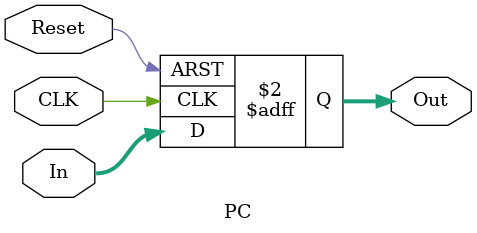
<source format=v>
module PC (CLK, In, Out, Reset);
input CLK, Reset;
input [31: 0] In;
output reg [31:0] Out;

 always@(posedge CLK or posedge Reset)
  begin
		if(Reset) Out = 32'b0;
		else Out = In;
  end
  
endmodule

</source>
